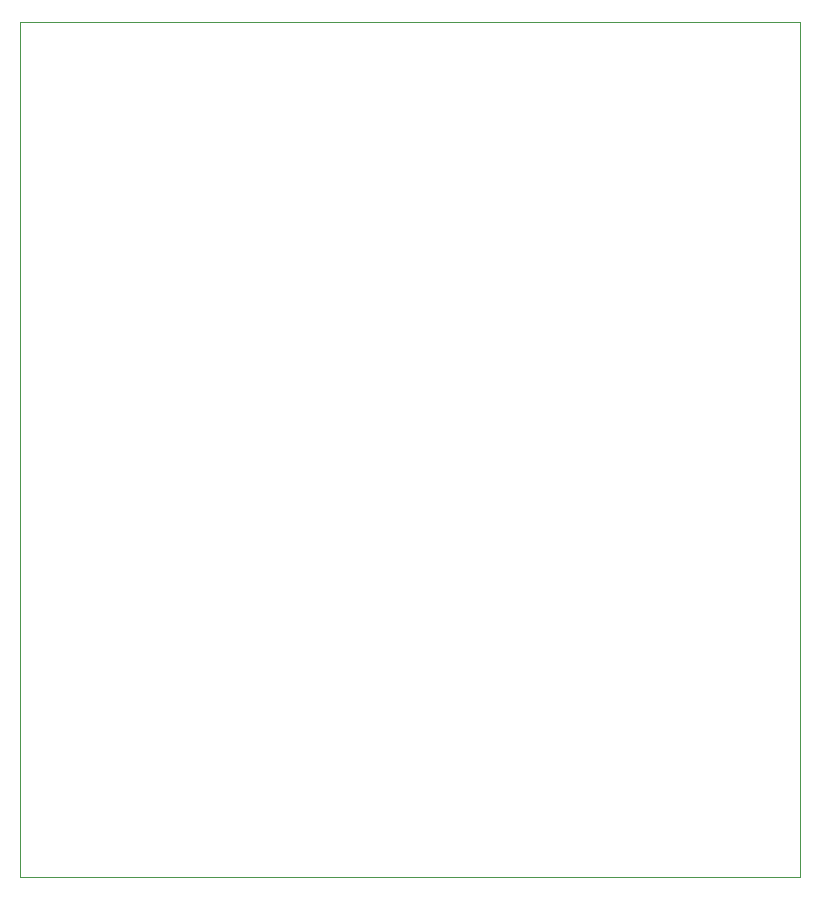
<source format=gbr>
%TF.GenerationSoftware,KiCad,Pcbnew,(5.1.9)-1*%
%TF.CreationDate,2021-06-24T15:24:35+01:00*%
%TF.ProjectId,usteppers_hat,75737465-7070-4657-9273-5f6861742e6b,rev?*%
%TF.SameCoordinates,Original*%
%TF.FileFunction,Profile,NP*%
%FSLAX46Y46*%
G04 Gerber Fmt 4.6, Leading zero omitted, Abs format (unit mm)*
G04 Created by KiCad (PCBNEW (5.1.9)-1) date 2021-06-24 15:24:35*
%MOMM*%
%LPD*%
G01*
G04 APERTURE LIST*
%TA.AperFunction,Profile*%
%ADD10C,0.100000*%
%TD*%
G04 APERTURE END LIST*
D10*
X215900000Y-64770000D02*
X215900000Y-137160000D01*
X149860000Y-64770000D02*
X215900000Y-64770000D01*
X149860000Y-137160000D02*
X149860000Y-64770000D01*
X215900000Y-137160000D02*
X149860000Y-137160000D01*
M02*

</source>
